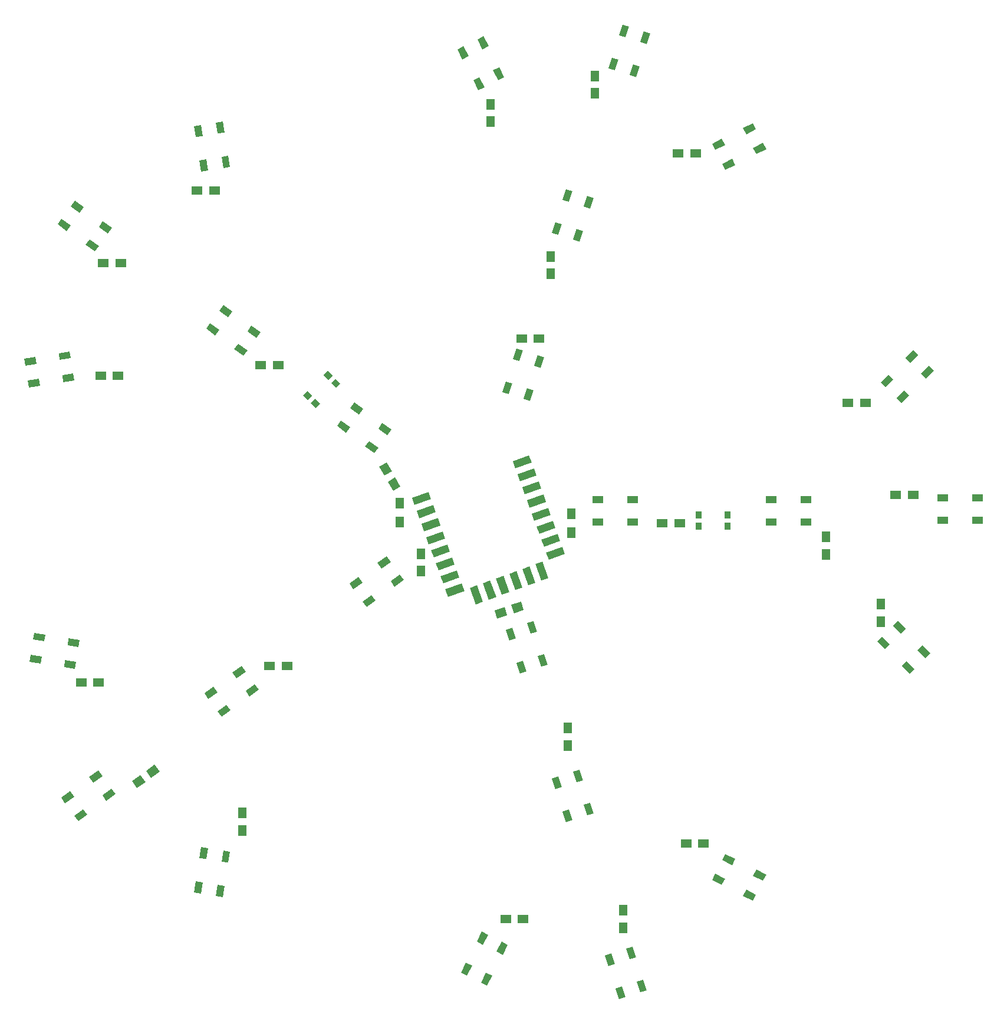
<source format=gbr>
G04 #@! TF.FileFunction,Paste,Top*
%FSLAX46Y46*%
G04 Gerber Fmt 4.6, Leading zero omitted, Abs format (unit mm)*
G04 Created by KiCad (PCBNEW 4.0.7) date 11/25/17 11:21:43*
%MOMM*%
%LPD*%
G01*
G04 APERTURE LIST*
%ADD10C,0.100000*%
%ADD11R,1.600000X1.000000*%
%ADD12R,1.500000X1.250000*%
%ADD13R,1.250000X1.500000*%
%ADD14R,1.300000X1.500000*%
%ADD15R,0.900000X1.000000*%
G04 APERTURE END LIST*
D10*
G36*
X139325710Y-104053770D02*
X138949488Y-103020108D01*
X141298720Y-102165058D01*
X141674942Y-103198720D01*
X139325710Y-104053770D01*
X139325710Y-104053770D01*
G37*
G36*
X140009750Y-105933155D02*
X139633528Y-104899493D01*
X141982760Y-104044443D01*
X142358982Y-105078105D01*
X140009750Y-105933155D01*
X140009750Y-105933155D01*
G37*
G36*
X140693791Y-107812540D02*
X140317569Y-106778878D01*
X142666801Y-105923828D01*
X143043023Y-106957490D01*
X140693791Y-107812540D01*
X140693791Y-107812540D01*
G37*
G36*
X141377831Y-109691926D02*
X141001609Y-108658264D01*
X143350841Y-107803214D01*
X143727063Y-108836876D01*
X141377831Y-109691926D01*
X141377831Y-109691926D01*
G37*
G36*
X142061871Y-111571311D02*
X141685649Y-110537649D01*
X144034881Y-109682599D01*
X144411103Y-110716261D01*
X142061871Y-111571311D01*
X142061871Y-111571311D01*
G37*
G36*
X142745911Y-113450696D02*
X142369689Y-112417034D01*
X144718921Y-111561984D01*
X145095143Y-112595646D01*
X142745911Y-113450696D01*
X142745911Y-113450696D01*
G37*
G36*
X143429952Y-115330081D02*
X143053730Y-114296419D01*
X145402962Y-113441369D01*
X145779184Y-114475031D01*
X143429952Y-115330081D01*
X143429952Y-115330081D01*
G37*
G36*
X144113992Y-117209467D02*
X143737770Y-116175805D01*
X146087002Y-115320755D01*
X146463224Y-116354417D01*
X144113992Y-117209467D01*
X144113992Y-117209467D01*
G37*
G36*
X158585259Y-111942357D02*
X158209037Y-110908695D01*
X160558269Y-110053645D01*
X160934491Y-111087307D01*
X158585259Y-111942357D01*
X158585259Y-111942357D01*
G37*
G36*
X157901218Y-110062971D02*
X157524996Y-109029309D01*
X159874228Y-108174259D01*
X160250450Y-109207921D01*
X157901218Y-110062971D01*
X157901218Y-110062971D01*
G37*
G36*
X157217178Y-108183586D02*
X156840956Y-107149924D01*
X159190188Y-106294874D01*
X159566410Y-107328536D01*
X157217178Y-108183586D01*
X157217178Y-108183586D01*
G37*
G36*
X156533138Y-106304201D02*
X156156916Y-105270539D01*
X158506148Y-104415489D01*
X158882370Y-105449151D01*
X156533138Y-106304201D01*
X156533138Y-106304201D01*
G37*
G36*
X155849098Y-104424816D02*
X155472876Y-103391154D01*
X157822108Y-102536104D01*
X158198330Y-103569766D01*
X155849098Y-104424816D01*
X155849098Y-104424816D01*
G37*
G36*
X155165057Y-102545430D02*
X154788835Y-101511768D01*
X157138067Y-100656718D01*
X157514289Y-101690380D01*
X155165057Y-102545430D01*
X155165057Y-102545430D01*
G37*
G36*
X154481017Y-100666045D02*
X154104795Y-99632383D01*
X156454027Y-98777333D01*
X156830249Y-99810995D01*
X154481017Y-100666045D01*
X154481017Y-100666045D01*
G37*
G36*
X153796977Y-98786660D02*
X153420755Y-97752998D01*
X155769987Y-96897948D01*
X156146209Y-97931610D01*
X153796977Y-98786660D01*
X153796977Y-98786660D01*
G37*
G36*
X149154060Y-117929059D02*
X148120398Y-118305281D01*
X147265348Y-115956049D01*
X148299010Y-115579827D01*
X149154060Y-117929059D01*
X149154060Y-117929059D01*
G37*
G36*
X151033446Y-117245019D02*
X149999784Y-117621241D01*
X149144734Y-115272009D01*
X150178396Y-114895787D01*
X151033446Y-117245019D01*
X151033446Y-117245019D01*
G37*
G36*
X152912831Y-116560979D02*
X151879169Y-116937201D01*
X151024119Y-114587969D01*
X152057781Y-114211747D01*
X152912831Y-116560979D01*
X152912831Y-116560979D01*
G37*
G36*
X154792216Y-115876938D02*
X153758554Y-116253160D01*
X152903504Y-113903928D01*
X153937166Y-113527706D01*
X154792216Y-115876938D01*
X154792216Y-115876938D01*
G37*
G36*
X156671601Y-115192898D02*
X155637939Y-115569120D01*
X154782889Y-113219888D01*
X155816551Y-112843666D01*
X156671601Y-115192898D01*
X156671601Y-115192898D01*
G37*
G36*
X158550987Y-114508858D02*
X157517325Y-114885080D01*
X156662275Y-112535848D01*
X157695937Y-112159626D01*
X158550987Y-114508858D01*
X158550987Y-114508858D01*
G37*
G36*
X209832843Y-121772994D02*
X209125736Y-122480101D01*
X207994365Y-121348730D01*
X208701472Y-120641623D01*
X209832843Y-121772994D01*
X209832843Y-121772994D01*
G37*
G36*
X207570101Y-124035736D02*
X206862994Y-124742843D01*
X205731623Y-123611472D01*
X206438730Y-122904365D01*
X207570101Y-124035736D01*
X207570101Y-124035736D01*
G37*
G36*
X213368377Y-125308528D02*
X212661270Y-126015635D01*
X211529899Y-124884264D01*
X212237006Y-124177157D01*
X213368377Y-125308528D01*
X213368377Y-125308528D01*
G37*
G36*
X211105635Y-127571270D02*
X210398528Y-128278377D01*
X209267157Y-127147006D01*
X209974264Y-126439899D01*
X211105635Y-127571270D01*
X211105635Y-127571270D01*
G37*
D11*
X165648000Y-103302000D03*
X165648000Y-106502000D03*
X170648000Y-103302000D03*
X170648000Y-106502000D03*
X190540000Y-103302000D03*
X190540000Y-106502000D03*
X195540000Y-103302000D03*
X195540000Y-106502000D03*
X220178000Y-106248000D03*
X220178000Y-103048000D03*
X215178000Y-106248000D03*
X215178000Y-103048000D03*
D10*
G36*
X212745006Y-85880843D02*
X212037899Y-85173736D01*
X213169270Y-84042365D01*
X213876377Y-84749472D01*
X212745006Y-85880843D01*
X212745006Y-85880843D01*
G37*
G36*
X210482264Y-83618101D02*
X209775157Y-82910994D01*
X210906528Y-81779623D01*
X211613635Y-82486730D01*
X210482264Y-83618101D01*
X210482264Y-83618101D01*
G37*
G36*
X209209472Y-89416377D02*
X208502365Y-88709270D01*
X209633736Y-87577899D01*
X210340843Y-88285006D01*
X209209472Y-89416377D01*
X209209472Y-89416377D01*
G37*
G36*
X206946730Y-87153635D02*
X206239623Y-86446528D01*
X207370994Y-85315157D01*
X208078101Y-86022264D01*
X206946730Y-87153635D01*
X206946730Y-87153635D01*
G37*
G36*
X157462548Y-84376140D02*
X156511491Y-84067123D01*
X157005918Y-82545432D01*
X157956975Y-82854449D01*
X157462548Y-84376140D01*
X157462548Y-84376140D01*
G37*
G36*
X154419167Y-83387286D02*
X153468110Y-83078269D01*
X153962537Y-81556578D01*
X154913594Y-81865595D01*
X154419167Y-83387286D01*
X154419167Y-83387286D01*
G37*
G36*
X155917463Y-89131422D02*
X154966406Y-88822405D01*
X155460833Y-87300714D01*
X156411890Y-87609731D01*
X155917463Y-89131422D01*
X155917463Y-89131422D01*
G37*
G36*
X152874082Y-88142568D02*
X151923025Y-87833551D01*
X152417452Y-86311860D01*
X153368509Y-86620877D01*
X152874082Y-88142568D01*
X152874082Y-88142568D01*
G37*
G36*
X164574548Y-61516140D02*
X163623491Y-61207123D01*
X164117918Y-59685432D01*
X165068975Y-59994449D01*
X164574548Y-61516140D01*
X164574548Y-61516140D01*
G37*
G36*
X161531167Y-60527286D02*
X160580110Y-60218269D01*
X161074537Y-58696578D01*
X162025594Y-59005595D01*
X161531167Y-60527286D01*
X161531167Y-60527286D01*
G37*
G36*
X163029463Y-66271422D02*
X162078406Y-65962405D01*
X162572833Y-64440714D01*
X163523890Y-64749731D01*
X163029463Y-66271422D01*
X163029463Y-66271422D01*
G37*
G36*
X159986082Y-65282568D02*
X159035025Y-64973551D01*
X159529452Y-63451860D01*
X160480509Y-63760877D01*
X159986082Y-65282568D01*
X159986082Y-65282568D01*
G37*
G36*
X188396091Y-53677330D02*
X187942101Y-52786323D01*
X189367711Y-52059938D01*
X189821701Y-52950945D01*
X188396091Y-53677330D01*
X188396091Y-53677330D01*
G37*
G36*
X186943322Y-50826109D02*
X186489332Y-49935102D01*
X187914942Y-49208717D01*
X188368932Y-50099724D01*
X186943322Y-50826109D01*
X186943322Y-50826109D01*
G37*
G36*
X183941058Y-55947283D02*
X183487068Y-55056276D01*
X184912678Y-54329891D01*
X185366668Y-55220898D01*
X183941058Y-55947283D01*
X183941058Y-55947283D01*
G37*
G36*
X182488289Y-53096062D02*
X182034299Y-52205055D01*
X183459909Y-51478670D01*
X183913899Y-52369677D01*
X182488289Y-53096062D01*
X182488289Y-53096062D01*
G37*
G36*
X172702548Y-37894140D02*
X171751491Y-37585123D01*
X172245918Y-36063432D01*
X173196975Y-36372449D01*
X172702548Y-37894140D01*
X172702548Y-37894140D01*
G37*
G36*
X169659167Y-36905286D02*
X168708110Y-36596269D01*
X169202537Y-35074578D01*
X170153594Y-35383595D01*
X169659167Y-36905286D01*
X169659167Y-36905286D01*
G37*
G36*
X171157463Y-42649422D02*
X170206406Y-42340405D01*
X170700833Y-40818714D01*
X171651890Y-41127731D01*
X171157463Y-42649422D01*
X171157463Y-42649422D01*
G37*
G36*
X168114082Y-41660568D02*
X167163025Y-41351551D01*
X167657452Y-39829860D01*
X168608509Y-40138877D01*
X168114082Y-41660568D01*
X168114082Y-41660568D01*
G37*
G36*
X149943330Y-38171909D02*
X149052323Y-38625899D01*
X148325938Y-37200289D01*
X149216945Y-36746299D01*
X149943330Y-38171909D01*
X149943330Y-38171909D01*
G37*
G36*
X147092109Y-39624678D02*
X146201102Y-40078668D01*
X145474717Y-38653058D01*
X146365724Y-38199068D01*
X147092109Y-39624678D01*
X147092109Y-39624678D01*
G37*
G36*
X152213283Y-42626942D02*
X151322276Y-43080932D01*
X150595891Y-41655322D01*
X151486898Y-41201332D01*
X152213283Y-42626942D01*
X152213283Y-42626942D01*
G37*
G36*
X149362062Y-44079711D02*
X148471055Y-44533701D01*
X147744670Y-43108091D01*
X148635677Y-42654101D01*
X149362062Y-44079711D01*
X149362062Y-44079711D01*
G37*
G36*
X131939020Y-90265830D02*
X131351235Y-91074847D01*
X130056808Y-90134390D01*
X130644593Y-89325373D01*
X131939020Y-90265830D01*
X131939020Y-90265830D01*
G37*
G36*
X130058107Y-92854684D02*
X129470322Y-93663701D01*
X128175895Y-92723244D01*
X128763680Y-91914227D01*
X130058107Y-92854684D01*
X130058107Y-92854684D01*
G37*
G36*
X135984105Y-93204756D02*
X135396320Y-94013773D01*
X134101893Y-93073316D01*
X134689678Y-92264299D01*
X135984105Y-93204756D01*
X135984105Y-93204756D01*
G37*
G36*
X134103192Y-95793610D02*
X133515407Y-96602627D01*
X132220980Y-95662170D01*
X132808765Y-94853153D01*
X134103192Y-95793610D01*
X134103192Y-95793610D01*
G37*
G36*
X113143020Y-76295830D02*
X112555235Y-77104847D01*
X111260808Y-76164390D01*
X111848593Y-75355373D01*
X113143020Y-76295830D01*
X113143020Y-76295830D01*
G37*
G36*
X111262107Y-78884684D02*
X110674322Y-79693701D01*
X109379895Y-78753244D01*
X109967680Y-77944227D01*
X111262107Y-78884684D01*
X111262107Y-78884684D01*
G37*
G36*
X117188105Y-79234756D02*
X116600320Y-80043773D01*
X115305893Y-79103316D01*
X115893678Y-78294299D01*
X117188105Y-79234756D01*
X117188105Y-79234756D01*
G37*
G36*
X115307192Y-81823610D02*
X114719407Y-82632627D01*
X113424980Y-81692170D01*
X114012765Y-80883153D01*
X115307192Y-81823610D01*
X115307192Y-81823610D01*
G37*
G36*
X112044207Y-50570417D02*
X111056518Y-50726852D01*
X110806223Y-49146551D01*
X111793912Y-48990116D01*
X112044207Y-50570417D01*
X112044207Y-50570417D01*
G37*
G36*
X108883604Y-51071007D02*
X107895915Y-51227442D01*
X107645620Y-49647141D01*
X108633309Y-49490706D01*
X108883604Y-51071007D01*
X108883604Y-51071007D01*
G37*
G36*
X112826380Y-55508859D02*
X111838691Y-55665294D01*
X111588396Y-54084993D01*
X112576085Y-53928558D01*
X112826380Y-55508859D01*
X112826380Y-55508859D01*
G37*
G36*
X109665777Y-56009449D02*
X108678088Y-56165884D01*
X108427793Y-54585583D01*
X109415482Y-54429148D01*
X109665777Y-56009449D01*
X109665777Y-56009449D01*
G37*
G36*
X91807020Y-61309830D02*
X91219235Y-62118847D01*
X89924808Y-61178390D01*
X90512593Y-60369373D01*
X91807020Y-61309830D01*
X91807020Y-61309830D01*
G37*
G36*
X89926107Y-63898684D02*
X89338322Y-64707701D01*
X88043895Y-63767244D01*
X88631680Y-62958227D01*
X89926107Y-63898684D01*
X89926107Y-63898684D01*
G37*
G36*
X95852105Y-64248756D02*
X95264320Y-65057773D01*
X93969893Y-64117316D01*
X94557678Y-63308299D01*
X95852105Y-64248756D01*
X95852105Y-64248756D01*
G37*
G36*
X93971192Y-66837610D02*
X93383407Y-67646627D01*
X92088980Y-66706170D01*
X92676765Y-65897153D01*
X93971192Y-66837610D01*
X93971192Y-66837610D01*
G37*
G36*
X84860417Y-82773793D02*
X85016852Y-83761482D01*
X83436551Y-84011777D01*
X83280116Y-83024088D01*
X84860417Y-82773793D01*
X84860417Y-82773793D01*
G37*
G36*
X85361007Y-85934396D02*
X85517442Y-86922085D01*
X83937141Y-87172380D01*
X83780706Y-86184691D01*
X85361007Y-85934396D01*
X85361007Y-85934396D01*
G37*
G36*
X89798859Y-81991620D02*
X89955294Y-82979309D01*
X88374993Y-83229604D01*
X88218558Y-82241915D01*
X89798859Y-81991620D01*
X89798859Y-81991620D01*
G37*
G36*
X90299449Y-85152223D02*
X90455884Y-86139912D01*
X88875583Y-86390207D01*
X88719148Y-85402518D01*
X90299449Y-85152223D01*
X90299449Y-85152223D01*
G37*
G36*
X131248322Y-114362299D02*
X131836107Y-115171316D01*
X130541680Y-116111773D01*
X129953895Y-115302756D01*
X131248322Y-114362299D01*
X131248322Y-114362299D01*
G37*
G36*
X133129235Y-116951153D02*
X133717020Y-117760170D01*
X132422593Y-118700627D01*
X131834808Y-117891610D01*
X133129235Y-116951153D01*
X133129235Y-116951153D01*
G37*
G36*
X135293407Y-111423373D02*
X135881192Y-112232390D01*
X134586765Y-113172847D01*
X133998980Y-112363830D01*
X135293407Y-111423373D01*
X135293407Y-111423373D01*
G37*
G36*
X137174320Y-114012227D02*
X137762105Y-114821244D01*
X136467678Y-115761701D01*
X135879893Y-114952684D01*
X137174320Y-114012227D01*
X137174320Y-114012227D01*
G37*
G36*
X110420322Y-130110299D02*
X111008107Y-130919316D01*
X109713680Y-131859773D01*
X109125895Y-131050756D01*
X110420322Y-130110299D01*
X110420322Y-130110299D01*
G37*
G36*
X112301235Y-132699153D02*
X112889020Y-133508170D01*
X111594593Y-134448627D01*
X111006808Y-133639610D01*
X112301235Y-132699153D01*
X112301235Y-132699153D01*
G37*
G36*
X114465407Y-127171373D02*
X115053192Y-127980390D01*
X113758765Y-128920847D01*
X113170980Y-128111830D01*
X114465407Y-127171373D01*
X114465407Y-127171373D01*
G37*
G36*
X116346320Y-129760227D02*
X116934105Y-130569244D01*
X115639678Y-131509701D01*
X115051893Y-130700684D01*
X116346320Y-129760227D01*
X116346320Y-129760227D01*
G37*
G36*
X86279442Y-122627915D02*
X86123007Y-123615604D01*
X84542706Y-123365309D01*
X84699141Y-122377620D01*
X86279442Y-122627915D01*
X86279442Y-122627915D01*
G37*
G36*
X85778852Y-125788518D02*
X85622417Y-126776207D01*
X84042116Y-126525912D01*
X84198551Y-125538223D01*
X85778852Y-125788518D01*
X85778852Y-125788518D01*
G37*
G36*
X91217884Y-123410088D02*
X91061449Y-124397777D01*
X89481148Y-124147482D01*
X89637583Y-123159793D01*
X91217884Y-123410088D01*
X91217884Y-123410088D01*
G37*
G36*
X90717294Y-126570691D02*
X90560859Y-127558380D01*
X88980558Y-127308085D01*
X89136993Y-126320396D01*
X90717294Y-126570691D01*
X90717294Y-126570691D01*
G37*
G36*
X89846322Y-145096299D02*
X90434107Y-145905316D01*
X89139680Y-146845773D01*
X88551895Y-146036756D01*
X89846322Y-145096299D01*
X89846322Y-145096299D01*
G37*
G36*
X91727235Y-147685153D02*
X92315020Y-148494170D01*
X91020593Y-149434627D01*
X90432808Y-148625610D01*
X91727235Y-147685153D01*
X91727235Y-147685153D01*
G37*
G36*
X93891407Y-142157373D02*
X94479192Y-142966390D01*
X93184765Y-143906847D01*
X92596980Y-143097830D01*
X93891407Y-142157373D01*
X93891407Y-142157373D01*
G37*
G36*
X95772320Y-144746227D02*
X96360105Y-145555244D01*
X95065678Y-146495701D01*
X94477893Y-145686684D01*
X95772320Y-144746227D01*
X95772320Y-144746227D01*
G37*
G36*
X107895915Y-158068558D02*
X108883604Y-158224993D01*
X108633309Y-159805294D01*
X107645620Y-159648859D01*
X107895915Y-158068558D01*
X107895915Y-158068558D01*
G37*
G36*
X111056518Y-158569148D02*
X112044207Y-158725583D01*
X111793912Y-160305884D01*
X110806223Y-160149449D01*
X111056518Y-158569148D01*
X111056518Y-158569148D01*
G37*
G36*
X108678088Y-153130116D02*
X109665777Y-153286551D01*
X109415482Y-154866852D01*
X108427793Y-154710417D01*
X108678088Y-153130116D01*
X108678088Y-153130116D01*
G37*
G36*
X111838691Y-153630706D02*
X112826380Y-153787141D01*
X112576085Y-155367442D01*
X111588396Y-155211007D01*
X111838691Y-153630706D01*
X111838691Y-153630706D01*
G37*
G36*
X153976110Y-126725731D02*
X154927167Y-126416714D01*
X155421594Y-127938405D01*
X154470537Y-128247422D01*
X153976110Y-126725731D01*
X153976110Y-126725731D01*
G37*
G36*
X157019491Y-125736877D02*
X157970548Y-125427860D01*
X158464975Y-126949551D01*
X157513918Y-127258568D01*
X157019491Y-125736877D01*
X157019491Y-125736877D01*
G37*
G36*
X152431025Y-121970449D02*
X153382082Y-121661432D01*
X153876509Y-123183123D01*
X152925452Y-123492140D01*
X152431025Y-121970449D01*
X152431025Y-121970449D01*
G37*
G36*
X155474406Y-120981595D02*
X156425463Y-120672578D01*
X156919890Y-122194269D01*
X155968833Y-122503286D01*
X155474406Y-120981595D01*
X155474406Y-120981595D01*
G37*
G36*
X160580110Y-148061731D02*
X161531167Y-147752714D01*
X162025594Y-149274405D01*
X161074537Y-149583422D01*
X160580110Y-148061731D01*
X160580110Y-148061731D01*
G37*
G36*
X163623491Y-147072877D02*
X164574548Y-146763860D01*
X165068975Y-148285551D01*
X164117918Y-148594568D01*
X163623491Y-147072877D01*
X163623491Y-147072877D01*
G37*
G36*
X159035025Y-143306449D02*
X159986082Y-142997432D01*
X160480509Y-144519123D01*
X159529452Y-144828140D01*
X159035025Y-143306449D01*
X159035025Y-143306449D01*
G37*
G36*
X162078406Y-142317595D02*
X163029463Y-142008578D01*
X163523890Y-143530269D01*
X162572833Y-143839286D01*
X162078406Y-142317595D01*
X162078406Y-142317595D01*
G37*
G36*
X146709102Y-169725332D02*
X147600109Y-170179322D01*
X146873724Y-171604932D01*
X145982717Y-171150942D01*
X146709102Y-169725332D01*
X146709102Y-169725332D01*
G37*
G36*
X149560323Y-171178101D02*
X150451330Y-171632091D01*
X149724945Y-173057701D01*
X148833938Y-172603711D01*
X149560323Y-171178101D01*
X149560323Y-171178101D01*
G37*
G36*
X148979055Y-165270299D02*
X149870062Y-165724289D01*
X149143677Y-167149899D01*
X148252670Y-166695909D01*
X148979055Y-165270299D01*
X148979055Y-165270299D01*
G37*
G36*
X151830276Y-166723068D02*
X152721283Y-167177058D01*
X151994898Y-168602668D01*
X151103891Y-168148678D01*
X151830276Y-166723068D01*
X151830276Y-166723068D01*
G37*
G36*
X168200110Y-173461731D02*
X169151167Y-173152714D01*
X169645594Y-174674405D01*
X168694537Y-174983422D01*
X168200110Y-173461731D01*
X168200110Y-173461731D01*
G37*
G36*
X171243491Y-172472877D02*
X172194548Y-172163860D01*
X172688975Y-173685551D01*
X171737918Y-173994568D01*
X171243491Y-172472877D01*
X171243491Y-172472877D01*
G37*
G36*
X166655025Y-168706449D02*
X167606082Y-168397432D01*
X168100509Y-169919123D01*
X167149452Y-170228140D01*
X166655025Y-168706449D01*
X166655025Y-168706449D01*
G37*
G36*
X169698406Y-167717595D02*
X170649463Y-167408578D01*
X171143890Y-168930269D01*
X170192833Y-169239286D01*
X169698406Y-167717595D01*
X169698406Y-167717595D01*
G37*
G36*
X186489332Y-160122898D02*
X186943322Y-159231891D01*
X188368932Y-159958276D01*
X187914942Y-160849283D01*
X186489332Y-160122898D01*
X186489332Y-160122898D01*
G37*
G36*
X187942101Y-157271677D02*
X188396091Y-156380670D01*
X189821701Y-157107055D01*
X189367711Y-157998062D01*
X187942101Y-157271677D01*
X187942101Y-157271677D01*
G37*
G36*
X182034299Y-157852945D02*
X182488289Y-156961938D01*
X183913899Y-157688323D01*
X183459909Y-158579330D01*
X182034299Y-157852945D01*
X182034299Y-157852945D01*
G37*
G36*
X183487068Y-155001724D02*
X183941058Y-154110717D01*
X185366668Y-154837102D01*
X184912678Y-155728109D01*
X183487068Y-155001724D01*
X183487068Y-155001724D01*
G37*
D12*
X152420000Y-163449000D03*
X154920000Y-163449000D03*
D13*
X169291000Y-164699000D03*
X169291000Y-162199000D03*
X161290000Y-138537000D03*
X161290000Y-136037000D03*
D10*
G36*
X154616978Y-117913556D02*
X155003249Y-119102377D01*
X153576664Y-119565902D01*
X153190393Y-118377081D01*
X154616978Y-117913556D01*
X154616978Y-117913556D01*
G37*
G36*
X152239336Y-118686098D02*
X152625607Y-119874919D01*
X151199022Y-120338444D01*
X150812751Y-119149623D01*
X152239336Y-118686098D01*
X152239336Y-118686098D01*
G37*
D13*
X114554000Y-150729000D03*
X114554000Y-148229000D03*
D10*
G36*
X99460332Y-144683207D02*
X98725600Y-143671935D01*
X99939126Y-142790257D01*
X100673858Y-143801529D01*
X99460332Y-144683207D01*
X99460332Y-144683207D01*
G37*
G36*
X101482874Y-143213743D02*
X100748142Y-142202471D01*
X101961668Y-141320793D01*
X102696400Y-142332065D01*
X101482874Y-143213743D01*
X101482874Y-143213743D01*
G37*
D12*
X91460000Y-129540000D03*
X93960000Y-129540000D03*
X118511000Y-127127000D03*
X121011000Y-127127000D03*
X180828000Y-152654000D03*
X178328000Y-152654000D03*
D13*
X140208000Y-113518000D03*
X140208000Y-111018000D03*
D10*
G36*
X134221734Y-98529449D02*
X135304266Y-97904449D01*
X136054266Y-99203487D01*
X134971734Y-99828487D01*
X134221734Y-98529449D01*
X134221734Y-98529449D01*
G37*
G36*
X135471734Y-100694513D02*
X136554266Y-100069513D01*
X137304266Y-101368551D01*
X136221734Y-101993551D01*
X135471734Y-100694513D01*
X135471734Y-100694513D01*
G37*
D12*
X117241000Y-83947000D03*
X119741000Y-83947000D03*
X94635000Y-69342000D03*
X97135000Y-69342000D03*
X94254000Y-85471000D03*
X96754000Y-85471000D03*
X108097000Y-58928000D03*
X110597000Y-58928000D03*
D13*
X150241000Y-46502000D03*
X150241000Y-49002000D03*
X165227000Y-42438000D03*
X165227000Y-44938000D03*
D12*
X179685000Y-53594000D03*
X177185000Y-53594000D03*
X174899000Y-106680000D03*
X177399000Y-106680000D03*
D13*
X198374000Y-108605000D03*
X198374000Y-111105000D03*
D12*
X204069000Y-89408000D03*
X201569000Y-89408000D03*
D13*
X206248000Y-120757000D03*
X206248000Y-118257000D03*
D12*
X154706000Y-80137000D03*
X157206000Y-80137000D03*
D13*
X158877000Y-68346000D03*
X158877000Y-70846000D03*
D12*
X210927000Y-102616000D03*
X208427000Y-102616000D03*
D14*
X137160000Y-103806000D03*
X137160000Y-106506000D03*
X161798000Y-108030000D03*
X161798000Y-105330000D03*
D10*
G36*
X124004101Y-88995134D02*
X123296995Y-88288028D01*
X123933391Y-87651632D01*
X124640497Y-88358738D01*
X124004101Y-88995134D01*
X124004101Y-88995134D01*
G37*
G36*
X125135472Y-90126505D02*
X124428366Y-89419399D01*
X125064762Y-88783003D01*
X125771868Y-89490109D01*
X125135472Y-90126505D01*
X125135472Y-90126505D01*
G37*
G36*
X126903238Y-86095997D02*
X126196132Y-85388891D01*
X126832528Y-84752495D01*
X127539634Y-85459601D01*
X126903238Y-86095997D01*
X126903238Y-86095997D01*
G37*
G36*
X128034609Y-87227368D02*
X127327503Y-86520262D01*
X127963899Y-85883866D01*
X128671005Y-86590972D01*
X128034609Y-87227368D01*
X128034609Y-87227368D01*
G37*
D15*
X180131500Y-105499000D03*
X180131500Y-107099000D03*
X184231500Y-105499000D03*
X184231500Y-107099000D03*
M02*

</source>
